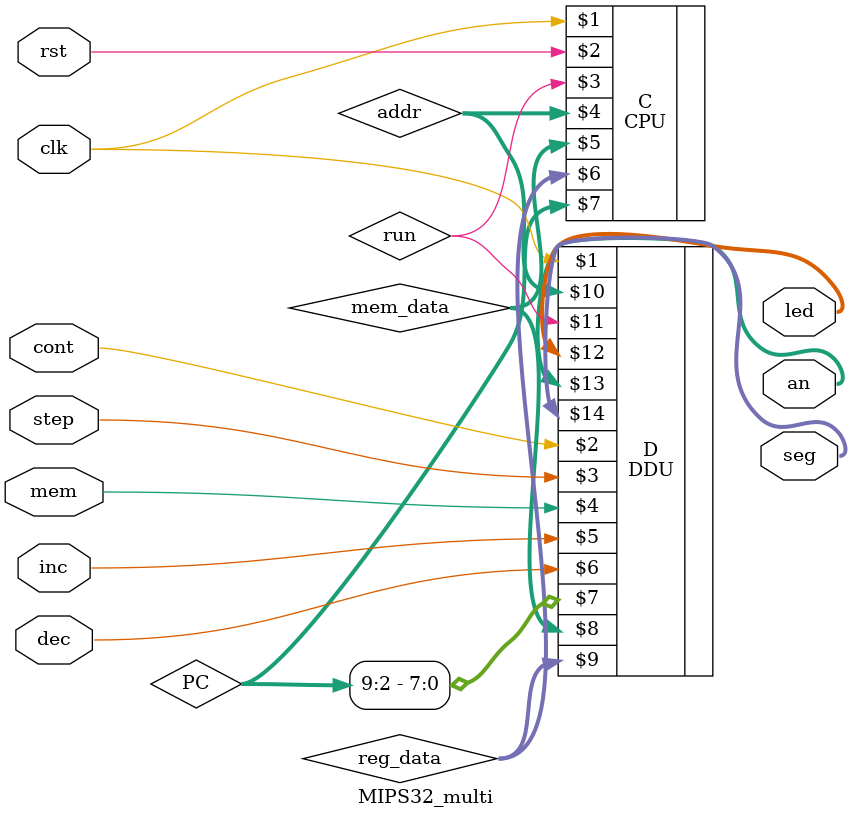
<source format=v>
`timescale 1ns / 1ps


module MIPS32_multi(
    input clk,rst,
    input cont,step,mem,inc,dec,
    output [15:0]led,
    output [7:0]an,
    output [6:0]seg
    );
    wire run;
    wire [7:0]addr;
    wire [31:0]mem_data,reg_data;
    wire [31:0]PC;
    CPU C(clk,rst,run,addr,mem_data,reg_data,PC);
    DDU D(clk,cont,step,mem,inc,dec,PC[9:2],mem_data,reg_data,addr,run,led,an,seg);
endmodule

</source>
